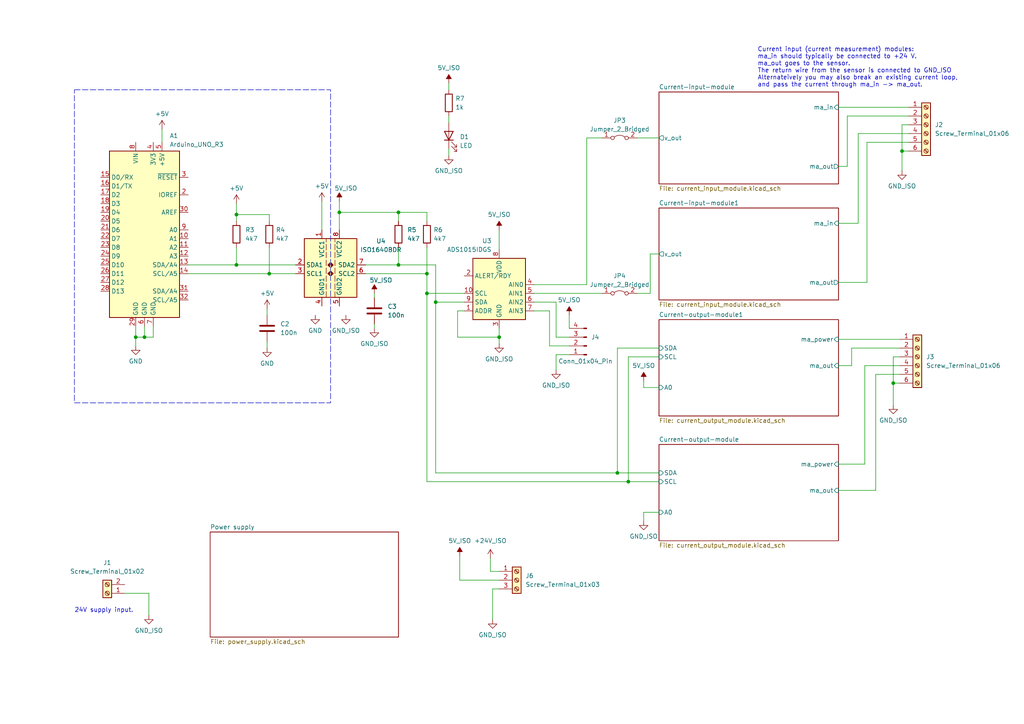
<source format=kicad_sch>
(kicad_sch (version 20230121) (generator eeschema)
  (paper "A4")
  (title_block (title "Arduino 2-20 mA shield") (date "2024-02-24") (rev "0.1") (company "Switchcraft AS") (comment 1 "Author: Eirik Haustveit"))
  (lib_symbols
    (symbol "Analog_ADC:ADS1015IDGS"
      (property "Reference" "U" (at 2.54 13.97 0))
      (property "Value" "ADS1015IDGS" (at 7.62 11.43 0))
      (symbol "ADS1015IDGS_0_1"
        (rectangle (start -7.62 10.16) (end 7.62 -7.62) (stroke (width 0.254)) (fill (type background)))
      )
      (symbol "ADS1015IDGS_1_1"
        (pin input line (at 10.16 -5.08 180) (length 2.54) (name "ADDR") (number "1"))
        (pin input line (at 10.16 0 180) (length 2.54) (name "SCL") (number "10"))
        (pin output line (at 10.16 5.08 180) (length 2.54) (name "ALERT/RDY") (number "2"))
        (pin power_in line (at 0 -10.16 90) (length 2.54) (name "GND") (number "3"))
        (pin input line (at -10.16 2.54 0) (length 2.54) (name "AIN0") (number "4"))
        (pin input line (at -10.16 0 0) (length 2.54) (name "AIN1") (number "5"))
        (pin input line (at -10.16 -2.54 0) (length 2.54) (name "AIN2") (number "6"))
        (pin input line (at -10.16 -5.08 0) (length 2.54) (name "AIN3") (number "7"))
        (pin power_in line (at 0 12.7 270) (length 2.54) (name "VDD") (number "8"))
        (pin bidirectional line (at 10.16 -2.54 180) (length 2.54) (name "SDA") (number "9"))
      )
    )
    (symbol "Connector:Conn_01x04_Pin" (pin_names (offset 1.016) hide)
      (property "Reference" "J" (at 0 5.08 0))
      (property "Value" "Conn_01x04_Pin" (at 0 -7.62 0))
      (symbol "Conn_01x04_Pin_1_1"
        (polyline (pts (xy 1.27 -5.08) (xy 0.8636 -5.08)) (stroke (width 0.1524)))
        (polyline (pts (xy 1.27 -2.54) (xy 0.8636 -2.54)) (stroke (width 0.1524)))
        (polyline (pts (xy 1.27 0) (xy 0.8636 0)) (stroke (width 0.1524)))
        (polyline (pts (xy 1.27 2.54) (xy 0.8636 2.54)) (stroke (width 0.1524)))
        (rectangle (start 0.8636 -4.953) (end 0 -5.207) (stroke (width 0.1524)) (fill (type outline)))
        (rectangle (start 0.8636 -2.413) (end 0 -2.667) (stroke (width 0.1524)) (fill (type outline)))
        (rectangle (start 0.8636 0.127) (end 0 -0.127) (stroke (width 0.1524)) (fill (type outline)))
        (rectangle (start 0.8636 2.667) (end 0 2.413) (stroke (width 0.1524)) (fill (type outline)))
        (pin passive line (at 5.08 2.54 180) (length 3.81) (name "Pin_1") (number "1"))
        (pin passive line (at 5.08 0 180) (length 3.81) (name "Pin_2") (number "2"))
        (pin passive line (at 5.08 -2.54 180) (length 3.81) (name "Pin_3") (number "3"))
        (pin passive line (at 5.08 -5.08 180) (length 3.81) (name "Pin_4") (number "4"))
      )
    )
    (symbol "Connector:Screw_Terminal_01x02" (pin_names (offset 1.016) hide)
      (property "Reference" "J" (at 0 2.54 0))
      (property "Value" "Screw_Terminal_01x02" (at 0 -5.08 0))
      (symbol "Screw_Terminal_01x02_1_1"
        (rectangle (start -1.27 1.27) (end 1.27 -3.81) (stroke (width 0.254)) (fill (type background)))
        (circle (center 0 -2.54) (radius 0.635) (stroke (width 0.1524)))
        (polyline (pts (xy -0.5334 -2.2098) (xy 0.3302 -3.048)) (stroke (width 0.1524)))
        (polyline (pts (xy -0.5334 0.3302) (xy 0.3302 -0.508)) (stroke (width 0.1524)))
        (polyline (pts (xy -0.3556 -2.032) (xy 0.508 -2.8702)) (stroke (width 0.1524)))
        (polyline (pts (xy -0.3556 0.508) (xy 0.508 -0.3302)) (stroke (width 0.1524)))
        (circle (center 0 0) (radius 0.635) (stroke (width 0.1524)))
        (pin passive line (at -5.08 0 0) (length 3.81) (name "Pin_1") (number "1"))
        (pin passive line (at -5.08 -2.54 0) (length 3.81) (name "Pin_2") (number "2"))
      )
    )
    (symbol "Connector:Screw_Terminal_01x03" (pin_names (offset 1.016) hide)
      (property "Reference" "J" (at 0 5.08 0))
      (property "Value" "Screw_Terminal_01x03" (at 0 -5.08 0))
      (symbol "Screw_Terminal_01x03_1_1"
        (rectangle (start -1.27 3.81) (end 1.27 -3.81) (stroke (width 0.254)) (fill (type background)))
        (circle (center 0 -2.54) (radius 0.635) (stroke (width 0.1524)))
        (polyline (pts (xy -0.5334 -2.2098) (xy 0.3302 -3.048)) (stroke (width 0.1524)))
        (polyline (pts (xy -0.5334 0.3302) (xy 0.3302 -0.508)) (stroke (width 0.1524)))
        (polyline (pts (xy -0.5334 2.8702) (xy 0.3302 2.032)) (stroke (width 0.1524)))
        (polyline (pts (xy -0.3556 -2.032) (xy 0.508 -2.8702)) (stroke (width 0.1524)))
        (polyline (pts (xy -0.3556 0.508) (xy 0.508 -0.3302)) (stroke (width 0.1524)))
        (polyline (pts (xy -0.3556 3.048) (xy 0.508 2.2098)) (stroke (width 0.1524)))
        (circle (center 0 0) (radius 0.635) (stroke (width 0.1524)))
        (circle (center 0 2.54) (radius 0.635) (stroke (width 0.1524)))
        (pin passive line (at -5.08 2.54 0) (length 3.81) (name "Pin_1") (number "1"))
        (pin passive line (at -5.08 0 0) (length 3.81) (name "Pin_2") (number "2"))
        (pin passive line (at -5.08 -2.54 0) (length 3.81) (name "Pin_3") (number "3"))
      )
    )
    (symbol "Connector:Screw_Terminal_01x06" (pin_names (offset 1.016) hide)
      (property "Reference" "J" (at 0 7.62 0))
      (property "Value" "Screw_Terminal_01x06" (at 0 -10.16 0))
      (symbol "Screw_Terminal_01x06_1_1"
        (rectangle (start -1.27 6.35) (end 1.27 -8.89) (stroke (width 0.254)) (fill (type background)))
        (circle (center 0 -7.62) (radius 0.635) (stroke (width 0.1524)))
        (circle (center 0 -5.08) (radius 0.635) (stroke (width 0.1524)))
        (circle (center 0 -2.54) (radius 0.635) (stroke (width 0.1524)))
        (polyline (pts (xy -0.5334 -7.2898) (xy 0.3302 -8.128)) (stroke (width 0.1524)))
        (polyline (pts (xy -0.5334 -4.7498) (xy 0.3302 -5.588)) (stroke (width 0.1524)))
        (polyline (pts (xy -0.5334 -2.2098) (xy 0.3302 -3.048)) (stroke (width 0.1524)))
        (polyline (pts (xy -0.5334 0.3302) (xy 0.3302 -0.508)) (stroke (width 0.1524)))
        (polyline (pts (xy -0.5334 2.8702) (xy 0.3302 2.032)) (stroke (width 0.1524)))
        (polyline (pts (xy -0.5334 5.4102) (xy 0.3302 4.572)) (stroke (width 0.1524)))
        (polyline (pts (xy -0.3556 -7.112) (xy 0.508 -7.9502)) (stroke (width 0.1524)))
        (polyline (pts (xy -0.3556 -4.572) (xy 0.508 -5.4102)) (stroke (width 0.1524)))
        (polyline (pts (xy -0.3556 -2.032) (xy 0.508 -2.8702)) (stroke (width 0.1524)))
        (polyline (pts (xy -0.3556 0.508) (xy 0.508 -0.3302)) (stroke (width 0.1524)))
        (polyline (pts (xy -0.3556 3.048) (xy 0.508 2.2098)) (stroke (width 0.1524)))
        (polyline (pts (xy -0.3556 5.588) (xy 0.508 4.7498)) (stroke (width 0.1524)))
        (circle (center 0 0) (radius 0.635) (stroke (width 0.1524)))
        (circle (center 0 2.54) (radius 0.635) (stroke (width 0.1524)))
        (circle (center 0 5.08) (radius 0.635) (stroke (width 0.1524)))
        (pin passive line (at -5.08 5.08 0) (length 3.81) (name "Pin_1") (number "1"))
        (pin passive line (at -5.08 2.54 0) (length 3.81) (name "Pin_2") (number "2"))
        (pin passive line (at -5.08 0 0) (length 3.81) (name "Pin_3") (number "3"))
        (pin passive line (at -5.08 -2.54 0) (length 3.81) (name "Pin_4") (number "4"))
        (pin passive line (at -5.08 -5.08 0) (length 3.81) (name "Pin_5") (number "5"))
        (pin passive line (at -5.08 -7.62 0) (length 3.81) (name "Pin_6") (number "6"))
      )
    )
    (symbol "Device:C" (pin_numbers hide) (pin_names (offset 0.254))
      (property "Reference" "C" (at 0.635 2.54 0))
      (property "Value" "C" (at 0.635 -2.54 0))
      (symbol "C_0_1"
        (polyline (pts (xy -2.032 -0.762) (xy 2.032 -0.762)) (stroke (width 0.508)))
        (polyline (pts (xy -2.032 0.762) (xy 2.032 0.762)) (stroke (width 0.508)))
      )
      (symbol "C_1_1"
        (pin passive line (at 0 3.81 270) (length 2.794) (name "~") (number "1"))
        (pin passive line (at 0 -3.81 90) (length 2.794) (name "~") (number "2"))
      )
    )
    (symbol "Device:LED" (pin_numbers hide) (pin_names (offset 1.016) hide)
      (property "Reference" "D" (at 0 2.54 0))
      (property "Value" "LED" (at 0 -2.54 0))
      (symbol "LED_0_1"
        (polyline (pts (xy -1.27 -1.27) (xy -1.27 1.27)) (stroke (width 0.254)))
        (polyline (pts (xy -1.27 0) (xy 1.27 0)))
        (polyline (pts (xy 1.27 -1.27) (xy 1.27 1.27) (xy -1.27 0) (xy 1.27 -1.27)) (stroke (width 0.254)))
        (polyline (pts (xy -3.048 -0.762) (xy -4.572 -2.286) (xy -3.81 -2.286) (xy -4.572 -2.286) (xy -4.572 -1.524)))
        (polyline (pts (xy -1.778 -0.762) (xy -3.302 -2.286) (xy -2.54 -2.286) (xy -3.302 -2.286) (xy -3.302 -1.524)))
      )
      (symbol "LED_1_1"
        (pin passive line (at -3.81 0 0) (length 2.54) (name "K") (number "1"))
        (pin passive line (at 3.81 0 180) (length 2.54) (name "A") (number "2"))
      )
    )
    (symbol "Device:R" (pin_numbers hide) (pin_names (offset 0))
      (property "Reference" "R" (at 2.032 0 90))
      (property "Value" "R" (at 0 0 90))
      (symbol "R_0_1"
        (rectangle (start -1.016 -2.54) (end 1.016 2.54) (stroke (width 0.254)))
      )
      (symbol "R_1_1"
        (pin passive line (at 0 3.81 270) (length 1.27) (name "~") (number "1"))
        (pin passive line (at 0 -3.81 90) (length 1.27) (name "~") (number "2"))
      )
    )
    (symbol "Jumper:Jumper_2_Bridged" (pin_names (offset 0) hide)
      (property "Reference" "JP" (at 0 1.905 0))
      (property "Value" "Jumper_2_Bridged" (at 0 -2.54 0))
      (symbol "Jumper_2_Bridged_0_0"
        (circle (center -2.032 0) (radius 0.508))
        (circle (center 2.032 0) (radius 0.508))
      )
      (symbol "Jumper_2_Bridged_0_1"
        (arc (start 1.524 0.254) (mid 0 0.762) (end -1.524 0.254))
      )
      (symbol "Jumper_2_Bridged_1_1"
        (pin passive line (at -5.08 0 0) (length 2.54) (name "A") (number "1"))
        (pin passive line (at 5.08 0 180) (length 2.54) (name "B") (number "2"))
      )
    )
    (symbol "MCU_Module:Arduino_UNO_R3"
      (property "Reference" "A" (at -10.16 23.495 0))
      (property "Value" "Arduino_UNO_R3" (at 5.08 -26.67 0))
      (symbol "Arduino_UNO_R3_0_1"
        (rectangle (start -10.16 22.86) (end 10.16 -25.4) (stroke (width 0.254)) (fill (type background)))
      )
      (symbol "Arduino_UNO_R3_1_1"
        (pin no_connect line (at -10.16 -20.32 0) (length 2.54) hide (name "NC") (number "1"))
        (pin bidirectional line (at 12.7 -2.54 180) (length 2.54) (name "A1") (number "10"))
        (pin bidirectional line (at 12.7 -5.08 180) (length 2.54) (name "A2") (number "11"))
        (pin bidirectional line (at 12.7 -7.62 180) (length 2.54) (name "A3") (number "12"))
        (pin bidirectional line (at 12.7 -10.16 180) (length 2.54) (name "SDA/A4") (number "13"))
        (pin bidirectional line (at 12.7 -12.7 180) (length 2.54) (name "SCL/A5") (number "14"))
        (pin bidirectional line (at -12.7 15.24 0) (length 2.54) (name "D0/RX") (number "15"))
        (pin bidirectional line (at -12.7 12.7 0) (length 2.54) (name "D1/TX") (number "16"))
        (pin bidirectional line (at -12.7 10.16 0) (length 2.54) (name "D2") (number "17"))
        (pin bidirectional line (at -12.7 7.62 0) (length 2.54) (name "D3") (number "18"))
        (pin bidirectional line (at -12.7 5.08 0) (length 2.54) (name "D4") (number "19"))
        (pin output line (at 12.7 10.16 180) (length 2.54) (name "IOREF") (number "2"))
        (pin bidirectional line (at -12.7 2.54 0) (length 2.54) (name "D5") (number "20"))
        (pin bidirectional line (at -12.7 0 0) (length 2.54) (name "D6") (number "21"))
        (pin bidirectional line (at -12.7 -2.54 0) (length 2.54) (name "D7") (number "22"))
        (pin bidirectional line (at -12.7 -5.08 0) (length 2.54) (name "D8") (number "23"))
        (pin bidirectional line (at -12.7 -7.62 0) (length 2.54) (name "D9") (number "24"))
        (pin bidirectional line (at -12.7 -10.16 0) (length 2.54) (name "D10") (number "25"))
        (pin bidirectional line (at -12.7 -12.7 0) (length 2.54) (name "D11") (number "26"))
        (pin bidirectional line (at -12.7 -15.24 0) (length 2.54) (name "D12") (number "27"))
        (pin bidirectional line (at -12.7 -17.78 0) (length 2.54) (name "D13") (number "28"))
        (pin power_in line (at -2.54 -27.94 90) (length 2.54) (name "GND") (number "29"))
        (pin input line (at 12.7 15.24 180) (length 2.54) (name "~{RESET}") (number "3"))
        (pin input line (at 12.7 5.08 180) (length 2.54) (name "AREF") (number "30"))
        (pin bidirectional line (at 12.7 -17.78 180) (length 2.54) (name "SDA/A4") (number "31"))
        (pin bidirectional line (at 12.7 -20.32 180) (length 2.54) (name "SCL/A5") (number "32"))
        (pin power_out line (at 2.54 25.4 270) (length 2.54) (name "3V3") (number "4"))
        (pin power_out line (at 5.08 25.4 270) (length 2.54) (name "+5V") (number "5"))
        (pin power_in line (at 0 -27.94 90) (length 2.54) (name "GND") (number "6"))
        (pin power_in line (at 2.54 -27.94 90) (length 2.54) (name "GND") (number "7"))
        (pin power_in line (at -2.54 25.4 270) (length 2.54) (name "VIN") (number "8"))
        (pin bidirectional line (at 12.7 0 180) (length 2.54) (name "A0") (number "9"))
      )
    )
    (symbol "custom_symbols:+24V_ISO" (power) (pin_names (offset 0))
      (property "Value" "+24V_ISO" (at 0 3.556 0))
      (symbol "+24V_ISO_0_1"
        (polyline (pts (xy -0.762 1.27) (xy 0 2.54)))
        (polyline (pts (xy 0 0) (xy 0 2.54)))
        (polyline (pts (xy 0 2.54) (xy 0.762 1.27)))
      )
      (symbol "+24V_ISO_1_1"
        (pin power_in line (at 0 0 90) (length 0) hide (name "+24V_ISO") (number "1"))
      )
    )
    (symbol "custom_symbols:5V_ISO" (power) (pin_names (offset 0))
      (property "Value" "5V_ISO" (at 0 3.81 0))
      (symbol "5V_ISO_0_1"
        (polyline (pts (xy 0 0) (xy 0 1.27) (xy 0.762 1.27) (xy 0 2.54) (xy -0.762 1.27) (xy 0 1.27)) (fill (type outline)))
      )
      (symbol "5V_ISO_1_0"
        (pin power_in line (at 0 0 90) (length 0) hide (name "5V_ISO") (number "1"))
      )
    )
    (symbol "custom_symbols:GND_ISO" (power) (pin_names (offset 0))
      (property "Value" "GND_ISO" (at 0 -3.81 0))
      (symbol "GND_ISO_0_1"
        (polyline (pts (xy 0 0) (xy 0 -1.27) (xy 1.27 -1.27) (xy 0 -2.54) (xy -1.27 -1.27) (xy 0 -1.27)))
      )
      (symbol "GND_ISO_1_1"
        (pin power_in line (at 0 0 270) (length 0) hide (name "GND_ISO") (number "1"))
      )
    )
    (symbol "custom_symbols:ISO1642DWR"
      (property "Reference" "U" (at 6.35 10.16 0))
      (property "Value" "ISO1640BDR" (at 9.652 -9.652 0))
      (symbol "ISO1642DWR_1_1"
        (rectangle (start -7.62 8.89) (end 7.62 -8.128) (stroke (width 0.254)) (fill (type background)))
        (polyline (pts (xy -1.27 -8.128) (xy -1.27 8.89)) (stroke (width 0) (type dash)))
        (polyline (pts (xy 1.27 -8.128) (xy 1.27 8.89)) (stroke (width 0) (type dash)))
        (polyline (pts (xy -0.2032 -0.6096) (xy -0.2032 -1.8796) (xy -0.8382 -1.2446) (xy -0.2032 -0.6096)) (fill (type outline)))
        (polyline (pts (xy -0.2032 1.8796) (xy -0.2032 0.6096) (xy -0.8382 1.2446) (xy -0.2032 1.8796)) (fill (type outline)))
        (polyline (pts (xy 0.1778 -0.6096) (xy 0.1778 -1.8796) (xy 0.8128 -1.2446) (xy 0.1778 -0.6096)) (fill (type outline)))
        (polyline (pts (xy 0.1778 1.8796) (xy 0.1778 0.6096) (xy 0.8128 1.2446) (xy 0.1778 1.8796)) (fill (type outline)))
        (pin power_in line (at -2.54 11.43 270) (length 2.54) (name "VCC1") (number "1"))
        (pin bidirectional line (at -10.16 1.27 0) (length 2.54) (name "SDA1") (number "2"))
        (pin bidirectional line (at -10.16 -1.27 0) (length 2.54) (name "SCL1") (number "3"))
        (pin power_in line (at -2.54 -10.668 90) (length 2.54) (name "GND1") (number "4"))
        (pin power_in line (at 2.54 -10.668 90) (length 2.54) (name "GND2") (number "5"))
        (pin bidirectional line (at 10.16 -1.27 180) (length 2.54) (name "SCL2") (number "6"))
        (pin bidirectional line (at 10.16 1.27 180) (length 2.54) (name "SDA2") (number "7"))
        (pin power_in line (at 2.54 11.43 270) (length 2.54) (name "VCC2") (number "8"))
      )
    )
    (symbol "power:+5V" (power) (pin_names (offset 0))
      (property "Value" "+5V" (at 0 3.556 0))
      (symbol "+5V_0_1"
        (polyline (pts (xy -0.762 1.27) (xy 0 2.54)))
        (polyline (pts (xy 0 0) (xy 0 2.54)))
        (polyline (pts (xy 0 2.54) (xy 0.762 1.27)))
      )
      (symbol "+5V_1_1"
        (pin power_in line (at 0 0 90) (length 0) hide (name "+5V") (number "1"))
      )
    )
    (symbol "power:GND" (power) (pin_names (offset 0))
      (property "Value" "GND" (at 0 -3.81 0))
      (symbol "GND_0_1"
        (polyline (pts (xy 0 0) (xy 0 -1.27) (xy 1.27 -1.27) (xy 0 -2.54) (xy -1.27 -1.27) (xy 0 -1.27)))
      )
      (symbol "GND_1_1"
        (pin power_in line (at 0 0 270) (length 0) hide (name "GND") (number "1"))
      )
    )
  )
  (junction (at 123.825 85.09))
  (junction (at 126.365 87.63))
  (junction (at 259.08 111.125))
  (junction (at 261.62 43.815))
  (junction (at 115.57 76.835))
  (junction (at 182.245 139.7))
  (junction (at 39.37 97.79))
  (junction (at 68.58 76.835))
  (junction (at 179.07 137.16))
  (junction (at 115.57 61.595))
  (junction (at 68.58 62.23))
  (junction (at 123.825 79.375))
  (junction (at 144.78 97.79))
  (junction (at 78.105 79.375))
  (junction (at 41.91 97.79))
  (junction (at 98.425 61.595))
  (wire (pts (xy 123.825 71.755) (xy 123.825 79.375)))
  (wire (pts (xy 142.24 161.925) (xy 142.24 165.735)))
  (wire (pts (xy 115.57 61.595) (xy 98.425 61.595)))
  (wire (pts (xy 186.69 151.13) (xy 186.69 148.59)))
  (wire (pts (xy 68.58 62.23) (xy 78.105 62.23)))
  (wire (pts (xy 159.385 90.17) (xy 154.94 90.17)))
  (wire (pts (xy 77.47 89.535) (xy 77.47 91.44)))
  (wire (pts (xy 115.57 76.835) (xy 126.365 76.835)))
  (wire (pts (xy 182.245 103.505) (xy 182.245 139.7)))
  (wire (pts (xy 144.78 168.275) (xy 133.35 168.275)))
  (wire (pts (xy 191.135 103.505) (xy 182.245 103.505)))
  (wire (pts (xy 123.825 85.09) (xy 123.825 79.375)))
  (wire (pts (xy 250.825 134.62) (xy 250.825 106.045)))
  (wire (pts (xy 144.78 97.79) (xy 144.78 99.695)))
  (wire (pts (xy 126.365 87.63) (xy 134.62 87.63)))
  (wire (pts (xy 36.195 172.085) (xy 43.18 172.085)))
  (wire (pts (xy 184.785 40.005) (xy 191.135 40.005)))
  (wire (pts (xy 245.745 33.655) (xy 245.745 48.26)))
  (wire (pts (xy 245.745 48.26) (xy 243.205 48.26)))
  (wire (pts (xy 144.78 66.675) (xy 144.78 72.39)))
  (wire (pts (xy 126.365 137.16) (xy 179.07 137.16)))
  (wire (pts (xy 161.29 97.79) (xy 165.1 97.79)))
  (wire (pts (xy 144.78 95.25) (xy 144.78 97.79)))
  (wire (pts (xy 108.585 85.09) (xy 108.585 86.36)))
  (wire (pts (xy 46.99 37.465) (xy 46.99 41.275)))
  (wire (pts (xy 179.07 100.965) (xy 179.07 137.16)))
  (wire (pts (xy 248.92 64.77) (xy 243.205 64.77)))
  (wire (pts (xy 191.135 100.965) (xy 179.07 100.965)))
  (wire (pts (xy 186.69 112.395) (xy 191.135 112.395)))
  (wire (pts (xy 54.61 76.835) (xy 68.58 76.835)))
  (wire (pts (xy 41.91 97.79) (xy 44.45 97.79)))
  (wire (pts (xy 142.875 170.815) (xy 142.875 179.705)))
  (wire (pts (xy 133.35 168.275) (xy 133.35 161.29)))
  (wire (pts (xy 261.62 36.195) (xy 261.62 43.815)))
  (wire (pts (xy 188.595 73.66) (xy 191.135 73.66)))
  (wire (pts (xy 259.08 111.125) (xy 259.08 103.505)))
  (wire (pts (xy 243.205 142.24) (xy 254 142.24)))
  (wire (pts (xy 123.825 85.09) (xy 134.62 85.09)))
  (wire (pts (xy 247.015 100.965) (xy 260.985 100.965)))
  (wire (pts (xy 263.525 33.655) (xy 245.745 33.655)))
  (wire (pts (xy 106.045 76.835) (xy 115.57 76.835)))
  (wire (pts (xy 154.94 87.63) (xy 161.29 87.63)))
  (wire (pts (xy 68.58 71.755) (xy 68.58 76.835)))
  (wire (pts (xy 115.57 71.755) (xy 115.57 76.835)))
  (wire (pts (xy 170.18 40.005) (xy 174.625 40.005)))
  (wire (pts (xy 144.78 165.735) (xy 142.24 165.735)))
  (wire (pts (xy 161.29 102.87) (xy 165.1 102.87)))
  (wire (pts (xy 78.105 79.375) (xy 85.725 79.375)))
  (wire (pts (xy 182.245 139.7) (xy 191.135 139.7)))
  (wire (pts (xy 179.07 137.16) (xy 191.135 137.16)))
  (wire (pts (xy 184.785 85.09) (xy 188.595 85.09)))
  (wire (pts (xy 170.18 82.55) (xy 170.18 40.005)))
  (wire (pts (xy 132.715 90.17) (xy 132.715 97.79)))
  (wire (pts (xy 243.205 31.115) (xy 263.525 31.115)))
  (wire (pts (xy 186.69 110.49) (xy 186.69 112.395)))
  (wire (pts (xy 261.62 43.815) (xy 261.62 49.53)))
  (wire (pts (xy 123.825 139.7) (xy 123.825 85.09)))
  (wire (pts (xy 165.1 91.44) (xy 165.1 95.25)))
  (wire (pts (xy 243.205 106.045) (xy 247.015 106.045)))
  (wire (pts (xy 130.175 43.18) (xy 130.175 45.085)))
  (wire (pts (xy 39.37 97.79) (xy 41.91 97.79)))
  (wire (pts (xy 123.825 61.595) (xy 123.825 64.135)))
  (wire (pts (xy 188.595 85.09) (xy 188.595 73.66)))
  (wire (pts (xy 247.015 106.045) (xy 247.015 100.965)))
  (wire (pts (xy 243.205 98.425) (xy 260.985 98.425)))
  (wire (pts (xy 254 108.585) (xy 260.985 108.585)))
  (wire (pts (xy 144.78 97.79) (xy 132.715 97.79)))
  (wire (pts (xy 154.94 85.09) (xy 174.625 85.09)))
  (wire (pts (xy 250.825 106.045) (xy 260.985 106.045)))
  (wire (pts (xy 159.385 100.33) (xy 159.385 90.17)))
  (wire (pts (xy 78.105 62.23) (xy 78.105 64.135)))
  (wire (pts (xy 115.57 61.595) (xy 123.825 61.595)))
  (wire (pts (xy 154.94 82.55) (xy 170.18 82.55)))
  (wire (pts (xy 98.425 58.42) (xy 98.425 61.595)))
  (wire (pts (xy 39.37 94.615) (xy 39.37 97.79)))
  (wire (pts (xy 243.205 134.62) (xy 250.825 134.62)))
  (wire (pts (xy 186.69 148.59) (xy 191.135 148.59)))
  (wire (pts (xy 263.525 36.195) (xy 261.62 36.195)))
  (wire (pts (xy 259.08 103.505) (xy 260.985 103.505)))
  (wire (pts (xy 261.62 43.815) (xy 263.525 43.815)))
  (wire (pts (xy 68.58 76.835) (xy 85.725 76.835)))
  (wire (pts (xy 248.92 38.735) (xy 248.92 64.77)))
  (wire (pts (xy 259.08 117.475) (xy 259.08 111.125)))
  (wire (pts (xy 251.46 41.275) (xy 251.46 81.915)))
  (wire (pts (xy 123.825 139.7) (xy 182.245 139.7)))
  (wire (pts (xy 126.365 76.835) (xy 126.365 87.63)))
  (wire (pts (xy 130.175 33.655) (xy 130.175 35.56)))
  (wire (pts (xy 161.29 87.63) (xy 161.29 97.79)))
  (wire (pts (xy 134.62 90.17) (xy 132.715 90.17)))
  (wire (pts (xy 98.425 61.595) (xy 98.425 66.675)))
  (wire (pts (xy 54.61 79.375) (xy 78.105 79.375)))
  (wire (pts (xy 68.58 64.135) (xy 68.58 62.23)))
  (wire (pts (xy 254 142.24) (xy 254 108.585)))
  (wire (pts (xy 115.57 61.595) (xy 115.57 64.135)))
  (wire (pts (xy 259.08 111.125) (xy 260.985 111.125)))
  (wire (pts (xy 41.91 94.615) (xy 41.91 97.79)))
  (wire (pts (xy 126.365 87.63) (xy 126.365 137.16)))
  (wire (pts (xy 68.58 59.055) (xy 68.58 62.23)))
  (wire (pts (xy 263.525 41.275) (xy 251.46 41.275)))
  (wire (pts (xy 165.1 100.33) (xy 159.385 100.33)))
  (wire (pts (xy 130.175 24.13) (xy 130.175 26.035)))
  (wire (pts (xy 43.18 172.085) (xy 43.18 178.435)))
  (wire (pts (xy 78.105 71.755) (xy 78.105 79.375)))
  (wire (pts (xy 108.585 93.98) (xy 108.585 95.25)))
  (wire (pts (xy 251.46 81.915) (xy 243.205 81.915)))
  (wire (pts (xy 263.525 38.735) (xy 248.92 38.735)))
  (wire (pts (xy 123.825 79.375) (xy 106.045 79.375)))
  (wire (pts (xy 161.29 107.315) (xy 161.29 102.87)))
  (wire (pts (xy 144.78 170.815) (xy 142.875 170.815)))
  (wire (pts (xy 39.37 97.79) (xy 39.37 100.33)))
  (wire (pts (xy 44.45 94.615) (xy 44.45 97.79)))
  (wire (pts (xy 93.345 58.42) (xy 93.345 66.675)))
  (wire (pts (xy 77.47 99.06) (xy 77.47 100.965)))
  (rectangle (start 21.59 26.035) (end 95.885 116.84) (stroke (width 0) (type dash)))
  (text "Current input (current measurement) modules:\nma_in should typically be connected to +24 V.\nma_out goes to the sensor.\nThe return wire from the sensor is connected to GND_ISO\nAlternateively you may also break an existing current loop,\nand pass the current through ma_in -> ma_out." (at 219.71 25.4 0) (effects (font (size 1.27 1.27)) (justify left bottom)))
  (text "24V supply input." (at 21.59 177.8 0) (effects (font (size 1.27 1.27)) (justify left bottom)))
  (symbol (lib_id "custom_symbols:GND_ISO") (at 43.18 178.435 0) (unit 1)
    (property "Reference" "#PWR03" (effects hide))
    (property "Value" "GND_ISO" (at 43.18 182.88 0))
  )
  (symbol (lib_id "custom_symbols:5V_ISO") (at 108.585 85.09 0) (unit 1)
    (property "Reference" "#PWR013" (effects hide))
    (property "Value" "5V_ISO" (at 110.49 81.28 0))
  )
  (symbol (lib_id "power:+5V") (at 93.345 58.42 0) (unit 1)
    (property "Reference" "#PWR021" (effects hide))
    (property "Value" "+5V" (at 93.345 53.975 0))
  )
  (symbol (lib_id "custom_symbols:GND_ISO") (at 259.08 117.475 0) (unit 1)
    (property "Reference" "#PWR010" (effects hide))
    (property "Value" "GND_ISO" (at 259.08 121.92 0))
  )
  (symbol (lib_id "Connector:Screw_Terminal_01x06") (at 268.605 36.195 0) (unit 1)
    (property "Reference" "J2" (at 271.145 36.195 0) (effects (justify left)))
    (property "Value" "Screw_Terminal_01x06" (at 271.145 38.735 0) (effects (justify left)))
  )
  (symbol (lib_id "power:+5V") (at 46.99 37.465 0) (unit 1)
    (property "Reference" "#PWR016" (effects hide))
    (property "Value" "+5V" (at 46.99 33.02 0))
  )
  (symbol (lib_id "custom_symbols:GND_ISO") (at 144.78 99.695 0) (unit 1)
    (property "Reference" "#PWR05" (effects hide))
    (property "Value" "GND_ISO" (at 144.78 104.14 0))
  )
  (symbol (lib_id "Connector:Screw_Terminal_01x06") (at 266.065 103.505 0) (unit 1)
    (property "Reference" "J3" (at 268.605 103.505 0) (effects (justify left)))
    (property "Value" "Screw_Terminal_01x06" (at 268.605 106.045 0) (effects (justify left)))
  )
  (symbol (lib_id "custom_symbols:GND_ISO") (at 161.29 107.315 0) (unit 1)
    (property "Reference" "#PWR08" (effects hide))
    (property "Value" "GND_ISO" (at 161.29 111.76 0))
  )
  (symbol (lib_id "custom_symbols:5V_ISO") (at 98.425 58.42 0) (unit 1)
    (property "Reference" "#PWR06" (effects hide))
    (property "Value" "5V_ISO" (at 100.33 54.61 0))
  )
  (symbol (lib_id "Device:R") (at 123.825 67.945 0) (unit 1)
    (property "Reference" "R6" (at 125.73 66.675 0) (effects (justify left)))
    (property "Value" "4k7" (at 125.73 69.215 0) (effects (justify left)))
  )
  (symbol (lib_id "Analog_ADC:ADS1015IDGS") (at 144.78 85.09 0) (mirror y) (unit 1)
    (property "Reference" "U3" (at 142.5859 69.85 0) (effects (justify left)))
    (property "Value" "ADS1015IDGS" (at 142.5859 72.39 0) (effects (justify left)))
    (property "Footprint" "Package_SO:TSSOP-10_3x3mm_P0.5mm" (effects hide))
    (property "Datasheet" "http://www.ti.com/lit/ds/symlink/ads1015.pdf" (effects hide))
  )
  (symbol (lib_id "custom_symbols:+24V_ISO") (at 142.24 161.925 0) (unit 1)
    (property "Reference" "#PWR02" (effects hide))
    (property "Value" "+24V_ISO" (at 142.24 156.845 0))
  )
  (symbol (lib_id "custom_symbols:5V_ISO") (at 186.69 110.49 0) (unit 1)
    (property "Reference" "#PWR011" (effects hide))
    (property "Value" "5V_ISO" (at 186.69 106.045 0))
  )
  (symbol (lib_id "Device:C") (at 77.47 95.25 0) (unit 1)
    (property "Reference" "C2" (at 81.28 93.98 0) (effects (justify left)))
    (property "Value" "100n" (at 81.28 96.52 0) (effects (justify left)))
  )
  (symbol (lib_id "custom_symbols:5V_ISO") (at 130.175 24.13 0) (unit 1)
    (property "Reference" "#PWR052" (effects hide))
    (property "Value" "5V_ISO" (at 130.175 19.685 0))
  )
  (symbol (lib_id "power:GND") (at 39.37 100.33 0) (unit 1)
    (property "Reference" "#PWR01" (effects hide))
    (property "Value" "GND" (at 39.37 104.775 0))
  )
  (symbol (lib_id "Device:R") (at 68.58 67.945 0) (unit 1)
    (property "Reference" "R3" (at 71.12 66.675 0) (effects (justify left)))
    (property "Value" "4k7" (at 71.12 69.215 0) (effects (justify left)))
  )
  (symbol (lib_id "Device:R") (at 78.105 67.945 0) (unit 1)
    (property "Reference" "R4" (at 80.01 66.675 0) (effects (justify left)))
    (property "Value" "4k7" (at 80.01 69.215 0) (effects (justify left)))
  )
  (symbol (lib_id "custom_symbols:GND_ISO") (at 108.585 95.25 0) (unit 1)
    (property "Reference" "#PWR015" (effects hide))
    (property "Value" "GND_ISO" (at 108.585 99.695 0))
  )
  (symbol (lib_id "Device:R") (at 130.175 29.845 0) (unit 1)
    (property "Reference" "R7" (at 132.08 28.575 0) (effects (justify left)))
    (property "Value" "1k" (at 132.08 31.115 0) (effects (justify left)))
  )
  (symbol (lib_id "custom_symbols:GND_ISO") (at 142.875 179.705 0) (unit 1)
    (property "Reference" "#PWR022" (effects hide))
    (property "Value" "GND_ISO" (at 142.875 184.15 0))
  )
  (symbol (lib_id "Connector:Screw_Terminal_01x03") (at 149.86 168.275 0) (unit 1)
    (property "Reference" "J6" (at 152.4 167.005 0) (effects (justify left)))
    (property "Value" "Screw_Terminal_01x03" (at 152.4 169.545 0) (effects (justify left)))
  )
  (symbol (lib_id "custom_symbols:GND_ISO") (at 130.175 45.085 0) (unit 1)
    (property "Reference" "#PWR053" (effects hide))
    (property "Value" "GND_ISO" (at 130.175 49.53 0))
  )
  (symbol (lib_id "power:+5V") (at 77.47 89.535 0) (unit 1)
    (property "Reference" "#PWR019" (effects hide))
    (property "Value" "+5V" (at 77.47 85.09 0))
  )
  (symbol (lib_id "Device:LED") (at 130.175 39.37 90) (unit 1)
    (property "Reference" "D1" (at 133.35 39.6875 90) (effects (justify right)))
    (property "Value" "LED" (at 133.35 42.2275 90) (effects (justify right)))
  )
  (symbol (lib_id "power:GND") (at 91.44 91.44 0) (unit 1)
    (property "Reference" "#PWR020" (effects hide))
    (property "Value" "GND" (at 91.44 95.885 0))
  )
  (symbol (lib_id "Jumper:Jumper_2_Bridged") (at 179.705 85.09 0) (unit 1)
    (property "Reference" "JP4" (at 179.705 80.01 0))
    (property "Value" "Jumper_2_Bridged" (at 179.705 82.55 0))
  )
  (symbol (lib_id "custom_symbols:5V_ISO") (at 144.78 66.675 0) (unit 1)
    (property "Reference" "#PWR04" (effects hide))
    (property "Value" "5V_ISO" (at 144.78 62.23 0))
  )
  (symbol (lib_id "custom_symbols:5V_ISO") (at 133.35 161.29 0) (unit 1)
    (property "Reference" "#PWR023" (effects hide))
    (property "Value" "5V_ISO" (at 133.35 156.845 0))
  )
  (symbol (lib_id "custom_symbols:5V_ISO") (at 165.1 91.44 0) (unit 1)
    (property "Reference" "#PWR09" (effects hide))
    (property "Value" "5V_ISO" (at 165.1 86.995 0))
  )
  (symbol (lib_id "Device:R") (at 115.57 67.945 0) (unit 1)
    (property "Reference" "R5" (at 118.11 66.675 0) (effects (justify left)))
    (property "Value" "4k7" (at 118.11 69.215 0) (effects (justify left)))
    (property "Footprint" "4k7" (effects hide))
  )
  (symbol (lib_id "custom_symbols:ISO1642DWR") (at 95.885 78.105 0) (unit 1)
    (property "Reference" "U4" (at 110.49 69.9069 0))
    (property "Value" "ISO1640BDR" (at 110.49 72.4469 0))
    (property "Footprint" "Package_SO:SOIC-8_3.9x4.9mm_P1.27mm" (effects hide))
    (property "Datasheet" "https://www.ti.com/lit/ds/symlink/iso1642.pdf" (effects hide))
  )
  (symbol (lib_id "custom_symbols:GND_ISO") (at 186.69 151.13 0) (unit 1)
    (property "Reference" "#PWR012" (effects hide))
    (property "Value" "GND_ISO" (at 186.69 155.575 0))
  )
  (symbol (lib_id "power:+5V") (at 68.58 59.055 0) (unit 1)
    (property "Reference" "#PWR017" (effects hide))
    (property "Value" "+5V" (at 68.58 54.61 0))
  )
  (symbol (lib_id "MCU_Module:Arduino_UNO_R3") (at 41.91 66.675 0) (unit 1)
    (property "Reference" "A1" (at 49.1841 39.37 0) (effects (justify left)))
    (property "Value" "Arduino_UNO_R3" (at 49.1841 41.91 0) (effects (justify left)))
    (property "Footprint" "Module:Arduino_UNO_R3" (effects hide))
    (property "Datasheet" "https://www.arduino.cc/en/Main/arduinoBoardUno" (effects hide))
  )
  (symbol (lib_id "custom_symbols:GND_ISO") (at 100.33 91.44 0) (unit 1)
    (property "Reference" "#PWR014" (effects hide))
    (property "Value" "GND_ISO" (at 100.33 95.885 0))
  )
  (symbol (lib_id "Jumper:Jumper_2_Bridged") (at 179.705 40.005 0) (unit 1)
    (property "Reference" "JP3" (at 179.705 34.925 0))
    (property "Value" "Jumper_2_Bridged" (at 179.705 37.465 0))
  )
  (symbol (lib_id "power:GND") (at 77.47 100.965 0) (unit 1)
    (property "Reference" "#PWR018" (effects hide))
    (property "Value" "GND" (at 77.47 105.41 0))
  )
  (symbol (lib_id "Connector:Conn_01x04_Pin") (at 170.18 100.33 180) (unit 1)
    (property "Reference" "J4" (at 171.45 97.79 0) (effects (justify right)))
    (property "Value" "Conn_01x04_Pin" (at 161.925 104.775 0) (effects (justify right)))
  )
  (symbol (lib_id "Device:C") (at 108.585 90.17 0) (unit 1)
    (property "Reference" "C3" (at 112.395 88.9 0) (effects (justify left)))
    (property "Value" "100n" (at 112.395 91.44 0) (effects (justify left)))
  )
  (symbol (lib_id "Connector:Screw_Terminal_01x02") (at 31.115 172.085 180) (unit 1)
    (property "Reference" "J1" (at 31.115 163.195 0))
    (property "Value" "Screw_Terminal_01x02" (at 31.115 165.735 0))
  )
  (symbol (lib_id "custom_symbols:GND_ISO") (at 261.62 49.53 0) (unit 1)
    (property "Reference" "#PWR07" (effects hide))
    (property "Value" "GND_ISO" (at 261.62 53.975 0))
  )
  (sheet (at 191.135 92.71) (size 52.07 27.94) (stroke (width 0.1524))
    (property "Sheetname" "Current-output-module1" (at 191.135 91.9984 0) (effects (justify left bottom)))
    (property "Sheetfile" "current_output_module.kicad_sch" (at 191.135 121.2346 0) (effects (justify left top)))
    (pin "ma_power" input (at 243.205 98.425 0))
    (pin "SDA" input (at 191.135 100.965 180))
    (pin "SCL" input (at 191.135 103.505 180))
    (pin "ma_out" input (at 243.205 106.045 0))
    (pin "A0" input (at 191.135 112.395 180))
  )
  (sheet (at 191.135 60.325) (size 52.07 26.67) (stroke (width 0.1524))
    (property "Sheetname" "Current-input-module1" (at 191.135 59.6134 0) (effects (justify left bottom)))
    (property "Sheetfile" "current_input_module.kicad_sch" (at 191.135 87.5796 0) (effects (justify left top)))
    (pin "ma_in" input (at 243.205 64.77 0))
    (pin "ma_out" output (at 243.205 81.915 0))
    (pin "v_out" output (at 191.135 73.66 180))
  )
  (sheet (at 191.135 26.67) (size 52.07 26.67) (stroke (width 0.1524))
    (property "Sheetname" "Current-input-module" (at 191.135 25.9584 0) (effects (justify left bottom)))
    (property "Sheetfile" "current_input_module.kicad_sch" (at 191.135 53.9246 0) (effects (justify left top)))
    (pin "ma_in" input (at 243.205 31.115 0))
    (pin "ma_out" output (at 243.205 48.26 0))
    (pin "v_out" output (at 191.135 40.005 180))
  )
  (sheet (at 60.96 154.305) (size 54.61 30.48) (stroke (width 0.1524))
    (property "Sheetname" "Power supply" (at 60.96 153.5934 0) (effects (justify left bottom)))
    (property "Sheetfile" "power_supply.kicad_sch" (at 60.96 185.3696 0) (effects (justify left top)))
  )
  (sheet (at 191.135 128.905) (size 52.07 27.94) (stroke (width 0.1524))
    (property "Sheetname" "Current-output-module" (at 191.135 128.1934 0) (effects (justify left bottom)))
    (property "Sheetfile" "current_output_module.kicad_sch" (at 191.135 157.4296 0) (effects (justify left top)))
    (pin "ma_power" input (at 243.205 134.62 0))
    (pin "SDA" input (at 191.135 137.16 180))
    (pin "SCL" input (at 191.135 139.7 180))
    (pin "ma_out" input (at 243.205 142.24 0))
    (pin "A0" input (at 191.135 148.59 180))
  )
)
</source>
